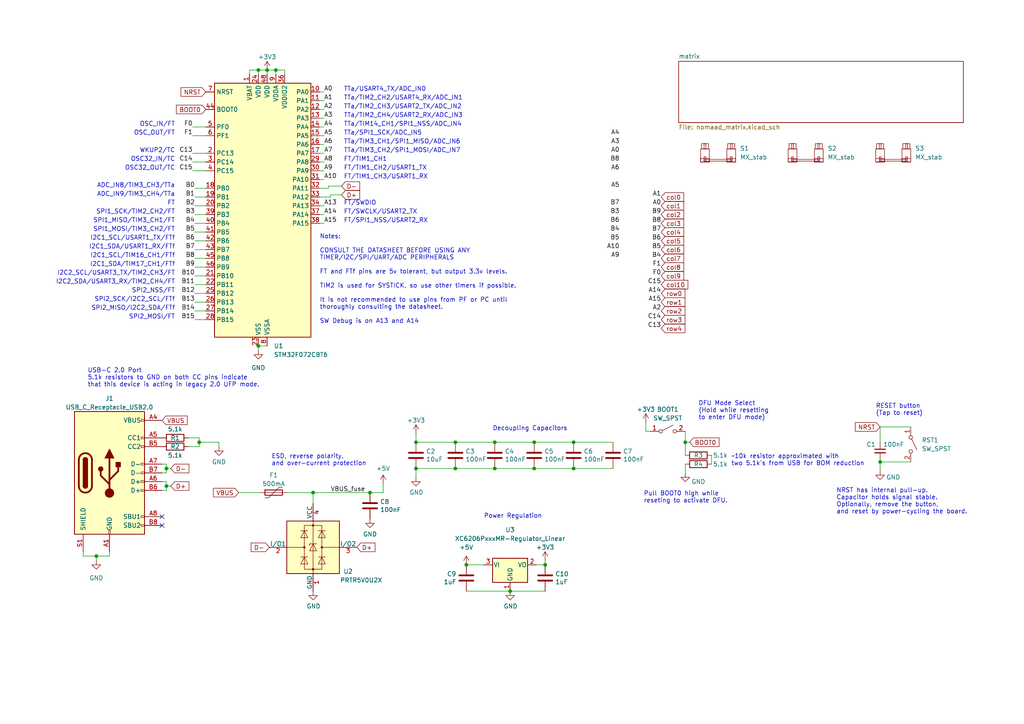
<source format=kicad_sch>
(kicad_sch (version 20231120) (generator "eeschema") (generator_version "8.0")
  (paper "A4")
  (lib_symbols
    (symbol "+5V_1" (power) (pin_names (offset 0))
      (property "Value" "+5V_1" (at 0 3.556 0))
      (symbol "+5V_1_0_1"
        (polyline (pts (xy -0.762 1.27) (xy 0 2.54)))
        (polyline (pts (xy 0 0) (xy 0 2.54)))
        (polyline (pts (xy 0 2.54) (xy 0.762 1.27)))
      )
      (symbol "+5V_1_1_1"
        (pin power_in line (at 0 0 90) (length 0) hide (name "+5V") (number "1"))
      )
    )
    (symbol "Connector:USB_C_Receptacle_USB2.0" (pin_names (offset 1.016))
      (property "Reference" "J" (at -10.16 19.05 0))
      (property "Value" "USB_C_Receptacle_USB2.0" (at 19.05 19.05 0))
      (symbol "USB_C_Receptacle_USB2.0_0_0"
        (rectangle (start -0.254 -17.78) (end 0.254 -16.764))
        (rectangle (start 10.16 -14.986) (end 9.144 -15.494))
        (rectangle (start 10.16 -12.446) (end 9.144 -12.954))
        (rectangle (start 10.16 -4.826) (end 9.144 -5.334))
        (rectangle (start 10.16 -2.286) (end 9.144 -2.794))
        (rectangle (start 10.16 0.254) (end 9.144 -0.254))
        (rectangle (start 10.16 2.794) (end 9.144 2.286))
        (rectangle (start 10.16 7.874) (end 9.144 7.366))
        (rectangle (start 10.16 10.414) (end 9.144 9.906))
        (rectangle (start 10.16 15.494) (end 9.144 14.986))
      )
      (symbol "USB_C_Receptacle_USB2.0_0_1"
        (rectangle (start -10.16 17.78) (end 10.16 -17.78) (stroke (width 0.254)) (fill (type background)))
        (arc (start -8.89 -3.81) (mid -6.985 -5.7067) (end -5.08 -3.81) (stroke (width 0.508)))
        (arc (start -7.62 -3.81) (mid -6.985 -4.4423) (end -6.35 -3.81) (stroke (width 0.254)))
        (arc (start -7.62 -3.81) (mid -6.985 -4.4423) (end -6.35 -3.81) (stroke (width 0.254)) (fill (type outline)))
        (rectangle (start -7.62 -3.81) (end -6.35 3.81) (stroke (width 0.254)) (fill (type outline)))
        (arc (start -6.35 3.81) (mid -6.985 4.4423) (end -7.62 3.81) (stroke (width 0.254)))
        (arc (start -6.35 3.81) (mid -6.985 4.4423) (end -7.62 3.81) (stroke (width 0.254)) (fill (type outline)))
        (arc (start -5.08 3.81) (mid -6.985 5.7067) (end -8.89 3.81) (stroke (width 0.508)))
        (circle (center -2.54 1.143) (radius 0.635) (stroke (width 0.254)) (fill (type outline)))
        (circle (center 0 -5.842) (radius 1.27) (fill (type outline)))
        (polyline (pts (xy -8.89 -3.81) (xy -8.89 3.81)) (stroke (width 0.508)))
        (polyline (pts (xy -5.08 3.81) (xy -5.08 -3.81)) (stroke (width 0.508)))
        (polyline (pts (xy 0 -5.842) (xy 0 4.318)) (stroke (width 0.508)))
        (polyline (pts (xy 0 -3.302) (xy -2.54 -0.762) (xy -2.54 0.508)) (stroke (width 0.508)))
        (polyline (pts (xy 0 -2.032) (xy 2.54 0.508) (xy 2.54 1.778)) (stroke (width 0.508)))
        (polyline (pts (xy -1.27 4.318) (xy 0 6.858) (xy 1.27 4.318) (xy -1.27 4.318)) (stroke (width 0.254)) (fill (type outline)))
        (rectangle (start 1.905 1.778) (end 3.175 3.048) (stroke (width 0.254)) (fill (type outline)))
      )
      (symbol "USB_C_Receptacle_USB2.0_1_1"
        (pin passive line (at 0 -22.86 90) (length 5.08) (name "GND") (number "A1"))
        (pin passive line (at 0 -22.86 90) (length 5.08) hide (name "GND") (number "A12"))
        (pin passive line (at 15.24 15.24 180) (length 5.08) (name "VBUS") (number "A4"))
        (pin bidirectional line (at 15.24 10.16 180) (length 5.08) (name "CC1") (number "A5"))
        (pin bidirectional line (at 15.24 -2.54 180) (length 5.08) (name "D+") (number "A6"))
        (pin bidirectional line (at 15.24 2.54 180) (length 5.08) (name "D-") (number "A7"))
        (pin bidirectional line (at 15.24 -12.7 180) (length 5.08) (name "SBU1") (number "A8"))
        (pin passive line (at 15.24 15.24 180) (length 5.08) hide (name "VBUS") (number "A9"))
        (pin passive line (at 0 -22.86 90) (length 5.08) hide (name "GND") (number "B1"))
        (pin passive line (at 0 -22.86 90) (length 5.08) hide (name "GND") (number "B12"))
        (pin passive line (at 15.24 15.24 180) (length 5.08) hide (name "VBUS") (number "B4"))
        (pin bidirectional line (at 15.24 7.62 180) (length 5.08) (name "CC2") (number "B5"))
        (pin bidirectional line (at 15.24 -5.08 180) (length 5.08) (name "D+") (number "B6"))
        (pin bidirectional line (at 15.24 0 180) (length 5.08) (name "D-") (number "B7"))
        (pin bidirectional line (at 15.24 -15.24 180) (length 5.08) (name "SBU2") (number "B8"))
        (pin passive line (at 15.24 15.24 180) (length 5.08) hide (name "VBUS") (number "B9"))
        (pin passive line (at -7.62 -22.86 90) (length 5.08) (name "SHIELD") (number "S1"))
      )
    )
    (symbol "Device:C" (pin_numbers hide) (pin_names (offset 0.254))
      (property "Reference" "C" (at 0.635 2.54 0))
      (property "Value" "C" (at 0.635 -2.54 0))
      (symbol "C_0_1"
        (polyline (pts (xy -2.032 -0.762) (xy 2.032 -0.762)) (stroke (width 0.508)))
        (polyline (pts (xy -2.032 0.762) (xy 2.032 0.762)) (stroke (width 0.508)))
      )
      (symbol "C_1_1"
        (pin passive line (at 0 3.81 270) (length 2.794) (name "~") (number "1"))
        (pin passive line (at 0 -3.81 90) (length 2.794) (name "~") (number "2"))
      )
    )
    (symbol "Device:C_Small" (pin_numbers hide) (pin_names (offset 0.254) hide)
      (property "Reference" "C" (at 0.254 1.778 0))
      (property "Value" "C_Small" (at 0.254 -2.032 0))
      (symbol "C_Small_0_1"
        (polyline (pts (xy -1.524 -0.508) (xy 1.524 -0.508)) (stroke (width 0.3302)))
        (polyline (pts (xy -1.524 0.508) (xy 1.524 0.508)) (stroke (width 0.3048)))
      )
      (symbol "C_Small_1_1"
        (pin passive line (at 0 2.54 270) (length 2.032) (name "~") (number "1"))
        (pin passive line (at 0 -2.54 90) (length 2.032) (name "~") (number "2"))
      )
    )
    (symbol "Device:Polyfuse" (pin_numbers hide) (pin_names (offset 0))
      (property "Reference" "F" (at -2.54 0 90))
      (property "Value" "Polyfuse" (at 2.54 0 90))
      (symbol "Polyfuse_0_1"
        (rectangle (start -0.762 2.54) (end 0.762 -2.54) (stroke (width 0.254)))
        (polyline (pts (xy 0 2.54) (xy 0 -2.54)))
        (polyline (pts (xy -1.524 2.54) (xy -1.524 1.524) (xy 1.524 -1.524) (xy 1.524 -2.54)))
      )
      (symbol "Polyfuse_1_1"
        (pin passive line (at 0 3.81 270) (length 1.27) (name "~") (number "1"))
        (pin passive line (at 0 -3.81 90) (length 1.27) (name "~") (number "2"))
      )
    )
    (symbol "Device:R" (pin_numbers hide) (pin_names (offset 0))
      (property "Reference" "R" (at 2.032 0 90))
      (property "Value" "R" (at 0 0 90))
      (symbol "R_0_1"
        (rectangle (start -1.016 -2.54) (end 1.016 2.54) (stroke (width 0.254)))
      )
      (symbol "R_1_1"
        (pin passive line (at 0 3.81 270) (length 1.27) (name "~") (number "1"))
        (pin passive line (at 0 -3.81 90) (length 1.27) (name "~") (number "2"))
      )
    )
    (symbol "MCU_ST_STM32F0:STM32F072CBTx"
      (property "Reference" "U" (at -12.7 39.37 0))
      (property "Value" "STM32F072CBTx" (at 10.16 39.37 0))
      (symbol "STM32F072CBTx_0_1"
        (rectangle (start -12.7 -35.56) (end 15.24 38.1) (stroke (width 0.254)) (fill (type background)))
      )
      (symbol "STM32F072CBTx_1_1"
        (pin power_in line (at -2.54 40.64 270) (length 2.54) (name "VBAT") (number "1"))
        (pin bidirectional line (at 17.78 35.56 180) (length 2.54) (name "PA0") (number "10"))
        (pin bidirectional line (at 17.78 33.02 180) (length 2.54) (name "PA1") (number "11"))
        (pin bidirectional line (at 17.78 30.48 180) (length 2.54) (name "PA2") (number "12"))
        (pin bidirectional line (at 17.78 27.94 180) (length 2.54) (name "PA3") (number "13"))
        (pin bidirectional line (at 17.78 25.4 180) (length 2.54) (name "PA4") (number "14"))
        (pin bidirectional line (at 17.78 22.86 180) (length 2.54) (name "PA5") (number "15"))
        (pin bidirectional line (at 17.78 20.32 180) (length 2.54) (name "PA6") (number "16"))
        (pin bidirectional line (at 17.78 17.78 180) (length 2.54) (name "PA7") (number "17"))
        (pin bidirectional line (at -15.24 7.62 0) (length 2.54) (name "PB0") (number "18"))
        (pin bidirectional line (at -15.24 5.08 0) (length 2.54) (name "PB1") (number "19"))
        (pin bidirectional line (at -15.24 17.78 0) (length 2.54) (name "PC13") (number "2"))
        (pin bidirectional line (at -15.24 2.54 0) (length 2.54) (name "PB2") (number "20"))
        (pin bidirectional line (at -15.24 -17.78 0) (length 2.54) (name "PB10") (number "21"))
        (pin bidirectional line (at -15.24 -20.32 0) (length 2.54) (name "PB11") (number "22"))
        (pin power_in line (at 0 -38.1 90) (length 2.54) (name "VSS") (number "23"))
        (pin power_in line (at 0 40.64 270) (length 2.54) (name "VDD") (number "24"))
        (pin bidirectional line (at -15.24 -22.86 0) (length 2.54) (name "PB12") (number "25"))
        (pin bidirectional line (at -15.24 -25.4 0) (length 2.54) (name "PB13") (number "26"))
        (pin bidirectional line (at -15.24 -27.94 0) (length 2.54) (name "PB14") (number "27"))
        (pin bidirectional line (at -15.24 -30.48 0) (length 2.54) (name "PB15") (number "28"))
        (pin bidirectional line (at 17.78 15.24 180) (length 2.54) (name "PA8") (number "29"))
        (pin bidirectional line (at -15.24 15.24 0) (length 2.54) (name "PC14") (number "3"))
        (pin bidirectional line (at 17.78 12.7 180) (length 2.54) (name "PA9") (number "30"))
        (pin bidirectional line (at 17.78 10.16 180) (length 2.54) (name "PA10") (number "31"))
        (pin bidirectional line (at 17.78 7.62 180) (length 2.54) (name "PA11") (number "32"))
        (pin bidirectional line (at 17.78 5.08 180) (length 2.54) (name "PA12") (number "33"))
        (pin bidirectional line (at 17.78 2.54 180) (length 2.54) (name "PA13") (number "34"))
        (pin passive line (at 0 -38.1 90) (length 2.54) hide (name "VSS") (number "35"))
        (pin power_in line (at 7.62 40.64 270) (length 2.54) (name "VDDIO2") (number "36"))
        (pin bidirectional line (at 17.78 0 180) (length 2.54) (name "PA14") (number "37"))
        (pin bidirectional line (at 17.78 -2.54 180) (length 2.54) (name "PA15") (number "38"))
        (pin bidirectional line (at -15.24 0 0) (length 2.54) (name "PB3") (number "39"))
        (pin bidirectional line (at -15.24 12.7 0) (length 2.54) (name "PC15") (number "4"))
        (pin bidirectional line (at -15.24 -2.54 0) (length 2.54) (name "PB4") (number "40"))
        (pin bidirectional line (at -15.24 -5.08 0) (length 2.54) (name "PB5") (number "41"))
        (pin bidirectional line (at -15.24 -7.62 0) (length 2.54) (name "PB6") (number "42"))
        (pin bidirectional line (at -15.24 -10.16 0) (length 2.54) (name "PB7") (number "43"))
        (pin input line (at -15.24 30.48 0) (length 2.54) (name "BOOT0") (number "44"))
        (pin bidirectional line (at -15.24 -12.7 0) (length 2.54) (name "PB8") (number "45"))
        (pin bidirectional line (at -15.24 -15.24 0) (length 2.54) (name "PB9") (number "46"))
        (pin passive line (at 0 -38.1 90) (length 2.54) hide (name "VSS") (number "47"))
        (pin power_in line (at 2.54 40.64 270) (length 2.54) (name "VDD") (number "48"))
        (pin bidirectional line (at -15.24 25.4 0) (length 2.54) (name "PF0") (number "5"))
        (pin bidirectional line (at -15.24 22.86 0) (length 2.54) (name "PF1") (number "6"))
        (pin input line (at -15.24 35.56 0) (length 2.54) (name "NRST") (number "7"))
        (pin power_in line (at 2.54 -38.1 90) (length 2.54) (name "VSSA") (number "8"))
        (pin power_in line (at 5.08 40.64 270) (length 2.54) (name "VDDA") (number "9"))
      )
    )
    (symbol "PCM_marbastlib-mx:MX_stab" (pin_names (offset 1.016))
      (property "Reference" "S" (at -5.08 6.35 0))
      (property "Value" "MX_stab" (at -5.08 3.81 0))
      (symbol "MX_stab_0_1"
        (rectangle (start -5.08 -1.524) (end -2.54 -2.54))
        (rectangle (start -5.08 1.27) (end -2.54 -2.54))
        (rectangle (start -4.826 2.794) (end -2.794 1.27))
        (rectangle (start -4.064 -2.286) (end -3.556 -1.016))
        (rectangle (start -4.064 -1.778) (end 4.064 -2.286))
        (rectangle (start -4.064 1.27) (end -3.556 2.794))
        (rectangle (start 2.54 -1.524) (end 5.08 -2.54))
        (rectangle (start 2.54 1.27) (end 5.08 -2.54))
        (rectangle (start 2.794 2.794) (end 4.826 1.27))
        (rectangle (start 3.556 1.27) (end 4.064 2.794))
        (rectangle (start 4.064 -2.286) (end 3.556 -1.016))
      )
    )
    (symbol "Power_Protection:PRTR5V0U2X" (pin_names (offset 0))
      (property "Reference" "D" (at 2.794 8.636 0))
      (property "Value" "PRTR5V0U2X" (at 8.128 -9.398 0))
      (symbol "PRTR5V0U2X_0_1"
        (rectangle (start -7.62 -7.62) (end 7.62 7.62) (stroke (width 0.254)) (fill (type background)))
        (circle (center -2.54 0) (radius 0.254) (fill (type outline)))
        (rectangle (start -2.54 6.35) (end 2.54 -6.35))
        (circle (center 0 -6.35) (radius 0.254) (fill (type outline)))
        (polyline (pts (xy -2.54 0) (xy -7.62 0)))
        (polyline (pts (xy -1.524 -2.794) (xy -3.556 -2.794)))
        (polyline (pts (xy -1.524 4.826) (xy -3.556 4.826)))
        (polyline (pts (xy 0 -7.62) (xy 0 7.62)))
        (polyline (pts (xy 1.524 -2.794) (xy 3.556 -2.794)))
        (polyline (pts (xy 1.524 4.826) (xy 3.556 4.826)))
        (polyline (pts (xy 2.54 0) (xy 7.62 0)))
        (polyline (pts (xy 1.016 1.016) (xy -1.016 1.016) (xy -1.016 0.508)))
        (polyline (pts (xy -3.556 -4.826) (xy -1.524 -4.826) (xy -2.54 -2.794) (xy -3.556 -4.826)))
        (polyline (pts (xy -3.556 2.794) (xy -1.524 2.794) (xy -2.54 4.826) (xy -3.556 2.794)))
        (polyline (pts (xy -1.016 -1.016) (xy 1.016 -1.016) (xy 0 1.016) (xy -1.016 -1.016)))
        (polyline (pts (xy 3.556 -4.826) (xy 1.524 -4.826) (xy 2.54 -2.794) (xy 3.556 -4.826)))
        (polyline (pts (xy 3.556 2.794) (xy 1.524 2.794) (xy 2.54 4.826) (xy 3.556 2.794)))
        (circle (center 0 6.35) (radius 0.254) (fill (type outline)))
        (circle (center 2.54 0) (radius 0.254) (fill (type outline)))
      )
      (symbol "PRTR5V0U2X_1_1"
        (pin passive line (at 0 -12.7 90) (length 5.08) (name "GND") (number "1"))
        (pin passive line (at -12.7 0 0) (length 5.08) (name "I/O1") (number "2"))
        (pin passive line (at 12.7 0 180) (length 5.08) (name "I/O2") (number "3"))
        (pin passive line (at 0 12.7 270) (length 5.08) (name "VCC") (number "4"))
      )
    )
    (symbol "Switch:SW_SPST" (pin_names (offset 0) hide)
      (property "Reference" "SW" (at 0 3.175 0))
      (property "Value" "SW_SPST" (at 0 -2.54 0))
      (symbol "SW_SPST_0_0"
        (circle (center -2.032 0) (radius 0.508))
        (polyline (pts (xy -1.524 0.254) (xy 1.524 1.778)))
        (circle (center 2.032 0) (radius 0.508))
      )
      (symbol "SW_SPST_1_1"
        (pin passive line (at -5.08 0 0) (length 2.54) (name "A") (number "1"))
        (pin passive line (at 5.08 0 180) (length 2.54) (name "B") (number "2"))
      )
    )
    (symbol "kicad-keyboard-parts:XC6206PxxxMR-Regulator_Linear" (pin_names (offset 0.254))
      (property "Reference" "U" (at -3.81 3.175 0))
      (property "Value" "XC6206PxxxMR-Regulator_Linear" (at 0 3.175 0))
      (property "LCSC" "C5446" (at 0 0 0))
      (symbol "XC6206PxxxMR-Regulator_Linear_0_1"
        (rectangle (start -5.08 1.905) (end 5.08 -5.08) (stroke (width 0.254)) (fill (type background)))
      )
      (symbol "XC6206PxxxMR-Regulator_Linear_1_1"
        (pin power_in line (at 0 -7.62 90) (length 2.54) (name "GND") (number "1"))
        (pin power_out line (at 7.62 0 180) (length 2.54) (name "VO") (number "2"))
        (pin power_in line (at -7.62 0 0) (length 2.54) (name "VI") (number "3"))
      )
    )
    (symbol "power:+3V3" (power) (pin_names (offset 0))
      (property "Value" "+3V3" (at 0 3.556 0))
      (symbol "+3V3_0_1"
        (polyline (pts (xy -0.762 1.27) (xy 0 2.54)))
        (polyline (pts (xy 0 0) (xy 0 2.54)))
        (polyline (pts (xy 0 2.54) (xy 0.762 1.27)))
      )
      (symbol "+3V3_1_1"
        (pin power_in line (at 0 0 90) (length 0) hide (name "+3V3") (number "1"))
      )
    )
    (symbol "power:+5V" (power) (pin_names (offset 0))
      (property "Value" "+5V" (at 0 3.556 0))
      (symbol "+5V_0_1"
        (polyline (pts (xy -0.762 1.27) (xy 0 2.54)))
        (polyline (pts (xy 0 0) (xy 0 2.54)))
        (polyline (pts (xy 0 2.54) (xy 0.762 1.27)))
      )
      (symbol "+5V_1_1"
        (pin power_in line (at 0 0 90) (length 0) hide (name "+5V") (number "1"))
      )
    )
    (symbol "power:GND" (power) (pin_names (offset 0))
      (property "Value" "GND" (at 0 -3.81 0))
      (symbol "GND_0_1"
        (polyline (pts (xy 0 0) (xy 0 -1.27) (xy 1.27 -1.27) (xy 0 -2.54) (xy -1.27 -1.27) (xy 0 -1.27)))
      )
      (symbol "GND_1_1"
        (pin power_in line (at 0 0 270) (length 0) hide (name "GND") (number "1"))
      )
    )
  )
  (junction (at 154.94 128.27))
  (junction (at 166.37 128.27))
  (junction (at 147.955 171.45) (diameter 0.9144))
  (junction (at 166.37 135.89))
  (junction (at 158.115 163.83))
  (junction (at 74.93 100.33))
  (junction (at 143.51 135.89))
  (junction (at 120.65 135.89))
  (junction (at 80.01 20.32))
  (junction (at 57.785 128.27))
  (junction (at 74.93 20.32))
  (junction (at 107.315 142.875))
  (junction (at 48.26 140.97))
  (junction (at 154.94 135.89))
  (junction (at 135.255 163.83))
  (junction (at 90.805 142.875))
  (junction (at 132.08 128.27))
  (junction (at 143.51 128.27))
  (junction (at 120.65 128.27))
  (junction (at 77.47 20.32))
  (junction (at 255.27 133.985))
  (junction (at 132.08 135.89))
  (junction (at 198.755 128.27))
  (junction (at 48.26 135.89))
  (junction (at 27.94 161.29))
  (no_connect (at 46.99 152.4))
  (no_connect (at 46.99 149.86))
  (wire (pts (xy 56.515 59.69) (xy 59.69 59.69)))
  (wire (pts (xy 154.94 135.89) (xy 166.37 135.89)))
  (wire (pts (xy 55.88 46.99) (xy 59.69 46.99)))
  (wire (pts (xy 82.55 20.32) (xy 82.55 21.59)))
  (wire (pts (xy 99.06 53.975) (xy 95.25 53.975)))
  (wire (pts (xy 198.755 128.27) (xy 200.025 128.27)))
  (wire (pts (xy 63.5 128.27) (xy 63.5 129.54)))
  (wire (pts (xy 135.255 163.83) (xy 140.335 163.83)))
  (wire (pts (xy 132.08 135.89) (xy 120.65 135.89)))
  (wire (pts (xy 93.98 29.21) (xy 92.71 29.21)))
  (wire (pts (xy 95.25 54.61) (xy 92.71 54.61)))
  (wire (pts (xy 83.185 142.875) (xy 90.805 142.875)))
  (wire (pts (xy 93.98 26.67) (xy 92.71 26.67)))
  (wire (pts (xy 74.93 20.32) (xy 74.93 21.59)))
  (wire (pts (xy 56.515 87.63) (xy 59.69 87.63)))
  (wire (pts (xy 55.88 49.53) (xy 59.69 49.53)))
  (wire (pts (xy 93.98 52.07) (xy 92.71 52.07)))
  (wire (pts (xy 56.515 64.77) (xy 59.69 64.77)))
  (wire (pts (xy 120.65 138.43) (xy 120.65 135.89)))
  (wire (pts (xy 56.515 72.39) (xy 59.69 72.39)))
  (wire (pts (xy 111.125 140.335) (xy 111.125 142.875)))
  (wire (pts (xy 46.99 142.24) (xy 48.26 142.24)))
  (wire (pts (xy 93.98 41.91) (xy 92.71 41.91)))
  (wire (pts (xy 198.755 134.62) (xy 198.755 137.16)))
  (wire (pts (xy 48.26 142.24) (xy 48.26 140.97)))
  (wire (pts (xy 54.61 129.54) (xy 57.785 129.54)))
  (wire (pts (xy 143.51 128.27) (xy 132.08 128.27)))
  (wire (pts (xy 99.06 56.515) (xy 95.885 56.515)))
  (wire (pts (xy 93.98 36.83) (xy 92.71 36.83)))
  (wire (pts (xy 48.26 140.97) (xy 49.53 140.97)))
  (wire (pts (xy 74.93 100.33) (xy 77.47 100.33)))
  (wire (pts (xy 93.98 31.75) (xy 92.71 31.75)))
  (wire (pts (xy 46.99 139.7) (xy 48.26 139.7)))
  (wire (pts (xy 143.51 128.27) (xy 154.94 128.27)))
  (wire (pts (xy 77.47 20.32) (xy 77.47 21.59)))
  (wire (pts (xy 147.955 171.45) (xy 135.255 171.45)))
  (wire (pts (xy 48.26 134.62) (xy 48.26 135.89)))
  (wire (pts (xy 80.01 20.32) (xy 77.47 20.32)))
  (wire (pts (xy 155.575 163.83) (xy 158.115 163.83)))
  (wire (pts (xy 143.51 135.89) (xy 132.08 135.89)))
  (wire (pts (xy 158.115 162.56) (xy 158.115 163.83)))
  (wire (pts (xy 166.37 128.27) (xy 177.8 128.27)))
  (wire (pts (xy 120.65 125.73) (xy 120.65 128.27)))
  (wire (pts (xy 74.93 20.32) (xy 77.47 20.32)))
  (wire (pts (xy 56.515 92.71) (xy 59.69 92.71)))
  (wire (pts (xy 69.215 142.875) (xy 75.565 142.875)))
  (wire (pts (xy 95.25 53.975) (xy 95.25 54.61)))
  (wire (pts (xy 72.39 20.32) (xy 74.93 20.32)))
  (wire (pts (xy 56.515 57.15) (xy 59.69 57.15)))
  (wire (pts (xy 147.955 171.45) (xy 158.115 171.45)))
  (wire (pts (xy 93.98 39.37) (xy 92.71 39.37)))
  (wire (pts (xy 93.98 59.69) (xy 92.71 59.69)))
  (wire (pts (xy 187.325 125.095) (xy 187.325 122.555)))
  (wire (pts (xy 27.94 162.56) (xy 27.94 161.29)))
  (wire (pts (xy 56.515 85.09) (xy 59.69 85.09)))
  (wire (pts (xy 56.515 80.01) (xy 59.69 80.01)))
  (wire (pts (xy 31.75 161.29) (xy 31.75 160.02)))
  (wire (pts (xy 57.785 128.27) (xy 63.5 128.27)))
  (wire (pts (xy 46.99 137.16) (xy 48.26 137.16)))
  (wire (pts (xy 55.88 39.37) (xy 59.69 39.37)))
  (wire (pts (xy 166.37 135.89) (xy 177.8 135.89)))
  (wire (pts (xy 56.515 74.93) (xy 59.69 74.93)))
  (wire (pts (xy 46.99 134.62) (xy 48.26 134.62)))
  (wire (pts (xy 206.375 132.08) (xy 206.375 134.62)))
  (wire (pts (xy 198.755 125.095) (xy 198.755 128.27)))
  (wire (pts (xy 143.51 135.89) (xy 154.94 135.89)))
  (wire (pts (xy 93.98 62.23) (xy 92.71 62.23)))
  (wire (pts (xy 95.885 57.15) (xy 92.71 57.15)))
  (wire (pts (xy 93.98 49.53) (xy 92.71 49.53)))
  (wire (pts (xy 132.08 128.27) (xy 120.65 128.27)))
  (wire (pts (xy 57.785 128.27) (xy 57.785 127)))
  (wire (pts (xy 55.88 44.45) (xy 59.69 44.45)))
  (wire (pts (xy 56.515 77.47) (xy 59.69 77.47)))
  (wire (pts (xy 56.515 62.23) (xy 59.69 62.23)))
  (wire (pts (xy 27.94 161.29) (xy 31.75 161.29)))
  (wire (pts (xy 80.01 20.32) (xy 80.01 21.59)))
  (wire (pts (xy 56.515 90.17) (xy 59.69 90.17)))
  (wire (pts (xy 93.98 34.29) (xy 92.71 34.29)))
  (wire (pts (xy 56.515 67.31) (xy 59.69 67.31)))
  (wire (pts (xy 93.98 46.99) (xy 92.71 46.99)))
  (wire (pts (xy 74.93 101.6) (xy 74.93 100.33)))
  (wire (pts (xy 255.27 133.985) (xy 255.27 133.35)))
  (wire (pts (xy 90.805 142.875) (xy 90.805 146.05)))
  (wire (pts (xy 93.98 44.45) (xy 92.71 44.45)))
  (wire (pts (xy 57.785 129.54) (xy 57.785 128.27)))
  (wire (pts (xy 188.595 125.095) (xy 187.325 125.095)))
  (wire (pts (xy 255.27 136.525) (xy 255.27 133.985)))
  (wire (pts (xy 56.515 69.85) (xy 59.69 69.85)))
  (wire (pts (xy 56.515 82.55) (xy 59.69 82.55)))
  (wire (pts (xy 255.27 123.825) (xy 255.27 128.27)))
  (wire (pts (xy 154.94 128.27) (xy 166.37 128.27)))
  (wire (pts (xy 198.755 128.27) (xy 198.755 132.08)))
  (wire (pts (xy 24.13 161.29) (xy 27.94 161.29)))
  (wire (pts (xy 255.27 133.985) (xy 264.16 133.985)))
  (wire (pts (xy 48.26 139.7) (xy 48.26 140.97)))
  (wire (pts (xy 56.515 54.61) (xy 59.69 54.61)))
  (wire (pts (xy 24.13 160.02) (xy 24.13 161.29)))
  (wire (pts (xy 54.61 127) (xy 57.785 127)))
  (wire (pts (xy 48.26 135.89) (xy 48.26 137.16)))
  (wire (pts (xy 55.88 36.83) (xy 59.69 36.83)))
  (wire (pts (xy 90.805 142.875) (xy 107.315 142.875)))
  (wire (pts (xy 95.885 56.515) (xy 95.885 57.15)))
  (wire (pts (xy 80.01 20.32) (xy 82.55 20.32)))
  (wire (pts (xy 72.39 20.32) (xy 72.39 21.59)))
  (wire (pts (xy 93.98 64.77) (xy 92.71 64.77)))
  (wire (pts (xy 48.26 135.89) (xy 49.53 135.89)))
  (wire (pts (xy 255.27 123.825) (xy 264.16 123.825)))
  (wire (pts (xy 107.315 142.875) (xy 111.125 142.875)))
  (text "I2C2_SCL/USART3_TX/TIM2_CH3/FT" (at 50.8 80.01 0) (effects (font (size 1.27 1.27)) (justify right bottom)))
  (text "TTa/TIM2_CH2/USART4_RX/ADC_IN1" (at 99.695 29.21 0) (effects (font (size 1.27 1.27)) (justify left bottom)))
  (text "OSC_IN/FT" (at 50.8 36.83 0) (effects (font (size 1.27 1.27)) (justify right bottom)))
  (text "Decoupling Capacitors" (at 142.875 125.095 0) (effects (font (size 1.27 1.27)) (justify left bottom)))
  (text "DFU Mode Select\n(Hold while resetting\nto enter DFU mode)" (at 202.565 121.92 0) (effects (font (size 1.27 1.27)) (justify left bottom)))
  (text "OSC32_IN/TC" (at 50.8 46.99 0) (effects (font (size 1.27 1.27)) (justify right bottom)))
  (text "FT" (at 50.8 59.69 0) (effects (font (size 1.27 1.27)) (justify right bottom)))
  (text "SPI2_MISO/I2C2_SDA/FTf" (at 50.8 90.17 0) (effects (font (size 1.27 1.27)) (justify right bottom)))
  (text "SPI2_MOSI/FT" (at 50.8 92.71 0) (effects (font (size 1.27 1.27)) (justify right bottom)))
  (text "SPI1_SCK/TIM2_CH2/FT" (at 50.8 62.23 0) (effects (font (size 1.27 1.27)) (justify right bottom)))
  (text "I2C2_SDA/USART3_RX/TIM2_CH4/FT" (at 50.8 82.55 0) (effects (font (size 1.27 1.27)) (justify right bottom)))
  (text "OSC_OUT/FT" (at 50.8 39.37 0) (effects (font (size 1.27 1.27)) (justify right bottom)))
  (text "Power Regulation" (at 140.335 150.495 0) (effects (font (size 1.27 1.27)) (justify left bottom)))
  (text "TTa/TIM14_CH1/SPI1_NSS/ADC_IN4" (at 99.695 36.83 0) (effects (font (size 1.27 1.27)) (justify left bottom)))
  (text "Pull BOOT0 high while \nreseting to activate DFU." (at 186.69 146.05 0) (effects (font (size 1.27 1.27)) (justify left bottom)))
  (text "FT/TIM1_CH2/USART1_TX" (at 99.695 49.53 0) (effects (font (size 1.27 1.27)) (justify left bottom)))
  (text "SPI2_SCK/I2C2_SCL/FTf" (at 50.8 87.63 0) (effects (font (size 1.27 1.27)) (justify right bottom)))
  (text "ADC_IN8/TIM3_CH3/TTa" (at 50.8 54.61 0) (effects (font (size 1.27 1.27)) (justify right bottom)))
  (text "TTa/SPI1_SCK/ADC_IN5" (at 99.695 39.37 0) (effects (font (size 1.27 1.27)) (justify left bottom)))
  (text "I2C1_SDA/TIM17_CH1/FTf" (at 50.8 77.47 0) (effects (font (size 1.27 1.27)) (justify right bottom)))
  (text "I2C1_SCL/USART1_TX/FTf" (at 50.8 69.85 0) (effects (font (size 1.27 1.27)) (justify right bottom)))
  (text "WKUP2/TC" (at 50.8 44.45 0) (effects (font (size 1.27 1.27)) (justify right bottom)))
  (text "FT/TIM1_CH1" (at 99.695 46.99 0) (effects (font (size 1.27 1.27)) (justify left bottom)))
  (text "TTa/USART4_TX/ADC_IN0" (at 99.695 26.67 0) (effects (font (size 1.27 1.27)) (justify left bottom)))
  (text "USB-C 2.0 Port\n5.1k resistors to GND on both CC pins indicate\nthat this device is acting in legacy 2.0 UFP mode." (at 25.4 112.395 0) (effects (font (size 1.27 1.27)) (justify left bottom)))
  (text "ESD, reverse polarity,\nand over-current protection" (at 78.74 135.255 0) (effects (font (size 1.27 1.27)) (justify left bottom)))
  (text "NRST has internal pull-up.\nCapacitor holds signal stable.\nOptionally, remove the button,\nand reset by power-cycling the board." (at 242.57 149.225 0) (effects (font (size 1.27 1.27)) (justify left bottom)))
  (text "OSC32_OUT/TC" (at 50.8 49.53 0) (effects (font (size 1.27 1.27)) (justify right bottom)))
  (text "~10k resistor approximated with\ntwo 5.1k's from USB for BOM reduction" (at 212.09 135.255 0) (effects (font (size 1.27 1.27)) (justify left bottom)))
  (text "I2C1_SDA/USART1_RX/FTf" (at 50.8 72.39 0) (effects (font (size 1.27 1.27)) (justify right bottom)))
  (text "TTa/TIM3_CH2/SPI1_MOSI/ADC_IN7" (at 99.695 44.45 0) (effects (font (size 1.27 1.27)) (justify left bottom)))
  (text "TTa/TIM2_CH4/USART2_RX/ADC_IN3" (at 99.695 34.29 0) (effects (font (size 1.27 1.27)) (justify left bottom)))
  (text "ADC_IN9/TIM3_CH4/TTa" (at 50.8 57.15 0) (effects (font (size 1.27 1.27)) (justify right bottom)))
  (text "SPI1_MOSI/TIM3_CH2/FT" (at 50.8 67.31 0) (effects (font (size 1.27 1.27)) (justify right bottom)))
  (text "FT/SPI1_NSS/USART2_RX" (at 99.695 64.77 0) (effects (font (size 1.27 1.27)) (justify left bottom)))
  (text "FT/SWCLK/USART2_TX" (at 99.695 62.23 0) (effects (font (size 1.27 1.27)) (justify left bottom)))
  (text "SPI2_NSS/FT" (at 50.8 85.09 0) (effects (font (size 1.27 1.27)) (justify right bottom)))
  (text "FT/SWDIO" (at 99.695 59.69 0) (effects (font (size 1.27 1.27)) (justify left bottom)))
  (text "I2C1_SCL/TIM16_CH1/FTf" (at 50.8 74.93 0) (effects (font (size 1.27 1.27)) (justify right bottom)))
  (text "FT/TIM1_CH3/USART1_RX" (at 99.695 52.07 0) (effects (font (size 1.27 1.27)) (justify left bottom)))
  (text "TTa/TIM3_CH1/SPI1_MISO/ADC_IN6" (at 99.695 41.91 0) (effects (font (size 1.27 1.27)) (justify left bottom)))
  (text "Notes:\n\nCONSULT THE DATASHEET BEFORE USING ANY \nTIMER/I2C/SPI/UART/ADC PERIPHERALS\n\nFT and FTf pins are 5v tolerant, but output 3.3v levels.\n\nTIM2 is used for SYSTICK, so use other timers if possible.\n\nIt is not recommended to use pins from PF or PC until\nthoroughly consulting the datasheet.\n\nSW Debug is on A13 and A14" (at 92.71 93.98 0) (effects (font (size 1.27 1.27)) (justify left bottom)))
  (text "TTa/TIM2_CH3/USART2_TX/ADC_IN2" (at 99.695 31.75 0) (effects (font (size 1.27 1.27)) (justify left bottom)))
  (text "RESET button\n(Tap to reset)" (at 254 120.65 0) (effects (font (size 1.27 1.27)) (justify left bottom)))
  (text "SPI1_MISO/TIM3_CH1/FT" (at 50.8 64.77 0) (effects (font (size 1.27 1.27)) (justify right bottom)))
  (label "A0" (at 179.705 44.45 180))
  (label "VBUS_fuse" (at 95.885 142.875 0))
  (label "B6" (at 191.77 69.85 180))
  (label "A10" (at 93.98 52.07 0))
  (label "F1" (at 55.88 39.37 180))
  (label "B15" (at 56.515 92.71 180))
  (label "A7" (at 93.98 44.45 0))
  (label "B3" (at 56.515 62.23 180))
  (label "B6" (at 56.515 69.85 180))
  (label "A3" (at 179.705 41.91 180))
  (label "B6" (at 179.705 64.77 180))
  (label "B13" (at 56.515 87.63 180))
  (label "A5" (at 179.705 54.61 180))
  (label "F0" (at 55.88 36.83 180))
  (label "A6" (at 179.705 49.53 180))
  (label "A0" (at 191.77 59.69 180))
  (label "A15" (at 191.77 87.63 180))
  (label "C14" (at 191.77 92.71 180))
  (label "A1" (at 93.98 29.21 0))
  (label "B8" (at 191.77 64.77 180))
  (label "A10" (at 179.705 72.39 180))
  (label "B9" (at 56.515 77.47 180))
  (label "B7" (at 179.705 59.69 180))
  (label "C14" (at 55.88 46.99 180))
  (label "A4" (at 93.98 36.83 0))
  (label "A4" (at 179.705 39.37 180))
  (label "A3" (at 93.98 34.29 0))
  (label "B5" (at 191.77 72.39 180))
  (label "A8" (at 93.98 46.99 0))
  (label "A9" (at 179.705 74.93 180))
  (label "C13" (at 55.88 44.45 180))
  (label "A0" (at 93.98 26.67 0))
  (label "B14" (at 56.515 90.17 180))
  (label "B12" (at 56.515 85.09 180))
  (label "A14" (at 93.98 62.23 0))
  (label "B7" (at 56.515 72.39 180))
  (label "B2" (at 56.515 59.69 180))
  (label "C15" (at 55.88 49.53 180))
  (label "C13" (at 191.77 95.25 180))
  (label "B4" (at 56.515 64.77 180))
  (label "A15" (at 93.98 64.77 0))
  (label "B8" (at 56.515 74.93 180))
  (label "B5" (at 179.705 69.85 180))
  (label "B10" (at 56.515 80.01 180))
  (label "B8" (at 179.705 46.99 180))
  (label "B0" (at 56.515 54.61 180))
  (label "B4" (at 179.705 67.31 180))
  (label "A9" (at 93.98 49.53 0))
  (label "B11" (at 56.515 82.55 180))
  (label "B5" (at 56.515 67.31 180))
  (label "A5" (at 93.98 39.37 0))
  (label "B9" (at 191.77 62.23 180))
  (label "B1" (at 56.515 57.15 180))
  (label "B4" (at 191.77 74.93 180))
  (label "A2" (at 191.77 90.17 180))
  (label "F1" (at 191.77 77.47 180))
  (label "A1" (at 191.77 57.15 180))
  (label "B7" (at 191.77 67.31 180))
  (label "A6" (at 93.98 41.91 0))
  (label "A2" (at 93.98 31.75 0))
  (label "F0" (at 191.77 80.01 180))
  (label "B3" (at 179.705 62.23 180))
  (label "C15" (at 191.77 82.55 180))
  (label "A14" (at 191.77 85.09 180))
  (label "A13" (at 93.98 59.69 0))
  (global_label "D-" (shape input) (at 78.105 158.75 180) (property "Intersheetrefs" "${INTERSHEET_REFS}" (effects (hide yes))))
  (global_label "VBUS" (shape input) (at 46.99 121.92 0) (property "Intersheetrefs" "${INTERSHEET_REFS}" (effects (hide yes))))
  (global_label "BOOT0" (shape input) (at 200.025 128.27 0) (property "Intersheetrefs" "${INTERSHEET_REFS}" (effects (hide yes))))
  (global_label "row1" (shape input) (at 191.77 87.63 0) (property "Intersheetrefs" "${INTERSHEET_REFS}" (effects (hide yes))))
  (global_label "col9" (shape input) (at 191.77 80.01 0) (property "Intersheetrefs" "${INTERSHEET_REFS}" (effects (hide yes))))
  (global_label "D+" (shape input) (at 49.53 140.97 0) (property "Intersheetrefs" "${INTERSHEET_REFS}" (effects (hide yes))))
  (global_label "D-" (shape input) (at 99.06 53.975 0) (property "Intersheetrefs" "${INTERSHEET_REFS}" (effects (hide yes))))
  (global_label "D+" (shape input) (at 99.06 56.515 0) (property "Intersheetrefs" "${INTERSHEET_REFS}" (effects (hide yes))))
  (global_label "col6" (shape input) (at 191.77 72.39 0) (property "Intersheetrefs" "${INTERSHEET_REFS}" (effects (hide yes))))
  (global_label "col7" (shape input) (at 191.77 74.93 0) (property "Intersheetrefs" "${INTERSHEET_REFS}" (effects (hide yes))))
  (global_label "BOOT0" (shape input) (at 59.69 31.75 180) (property "Intersheetrefs" "${INTERSHEET_REFS}" (effects (hide yes))))
  (global_label "row4" (shape input) (at 191.77 95.25 0) (property "Intersheetrefs" "${INTERSHEET_REFS}" (effects (hide yes))))
  (global_label "col8" (shape input) (at 191.77 77.47 0) (property "Intersheetrefs" "${INTERSHEET_REFS}" (effects (hide yes))))
  (global_label "col0" (shape input) (at 191.77 57.15 0) (property "Intersheetrefs" "${INTERSHEET_REFS}" (effects (hide yes))))
  (global_label "col4" (shape input) (at 191.77 67.31 0) (property "Intersheetrefs" "${INTERSHEET_REFS}" (effects (hide yes))))
  (global_label "col5" (shape input) (at 191.77 69.85 0) (property "Intersheetrefs" "${INTERSHEET_REFS}" (effects (hide yes))))
  (global_label "row2" (shape input) (at 191.77 90.17 0) (property "Intersheetrefs" "${INTERSHEET_REFS}" (effects (hide yes))))
  (global_label "row3" (shape input) (at 191.77 92.71 0) (property "Intersheetrefs" "${INTERSHEET_REFS}" (effects (hide yes))))
  (global_label "row0" (shape input) (at 191.77 85.09 0) (property "Intersheetrefs" "${INTERSHEET_REFS}" (effects (hide yes))))
  (global_label "col1" (shape input) (at 191.77 59.69 0) (property "Intersheetrefs" "${INTERSHEET_REFS}" (effects (hide yes))))
  (global_label "col2" (shape input) (at 191.77 62.23 0) (property "Intersheetrefs" "${INTERSHEET_REFS}" (effects (hide yes))))
  (global_label "D+" (shape input) (at 103.505 158.75 0) (property "Intersheetrefs" "${INTERSHEET_REFS}" (effects (hide yes))))
  (global_label "NRST" (shape input) (at 59.69 26.67 180) (property "Intersheetrefs" "${INTERSHEET_REFS}" (effects (hide yes))))
  (global_label "col3" (shape input) (at 191.77 64.77 0) (property "Intersheetrefs" "${INTERSHEET_REFS}" (effects (hide yes))))
  (global_label "D-" (shape input) (at 49.53 135.89 0) (property "Intersheetrefs" "${INTERSHEET_REFS}" (effects (hide yes))))
  (global_label "col10" (shape input) (at 191.77 82.55 0) (property "Intersheetrefs" "${INTERSHEET_REFS}" (effects (hide yes))))
  (global_label "VBUS" (shape input) (at 69.215 142.875 180) (property "Intersheetrefs" "${INTERSHEET_REFS}" (effects (hide yes))))
  (global_label "NRST" (shape input) (at 255.27 123.825 180) (property "Intersheetrefs" "${INTERSHEET_REFS}" (effects (hide yes))))
  (symbol (lib_id "power:+3V3") (at 158.115 162.56 0) (unit 1)
    (property "Reference" "#PWR012" (effects (hide yes)))
    (property "Value" "+3V3" (at 158.115 158.75 0))
  )
  (symbol (lib_id "power:+3V3") (at 187.325 122.555 0) (mirror y) (unit 1)
    (property "Reference" "#PWR03" (effects (hide yes)))
    (property "Value" "+3V3" (at 187.325 118.745 0))
  )
  (symbol (lib_id "PCM_marbastlib-mx:MX_stab") (at 233.68 44.45 0) (unit 1)
    (property "Reference" "S2" (at 240.03 43.0529 0) (effects (justify left)))
    (property "Value" "MX_stab" (at 240.03 45.5929 0) (effects (justify left)))
    (property "Footprint" "PCM_marbastlib-mx:STAB_MX_2u" (effects (hide yes)))
    (property "Description" "Cherry MX-style stabilizer" (effects (hide yes)))
  )
  (symbol (lib_id "kicad-keyboard-parts:XC6206PxxxMR-Regulator_Linear") (at 147.955 163.83 0) (unit 1)
    (property "Reference" "U3" (at 147.955 153.67 0))
    (property "Value" "XC6206PxxxMR-Regulator_Linear" (at 147.955 156.21 0))
    (property "Footprint" "Package_TO_SOT_SMD:SOT-23" (effects (hide yes)))
    (property "Datasheet" "https://www.torexsemi.com/file/xc6206/XC6206.pdf" (effects (hide yes)))
    (property "LCSC" "C5446" (effects (hide yes)))
  )
  (symbol (lib_id "Device:C") (at 135.255 167.64 0) (mirror y) (unit 1)
    (property "Reference" "C9" (at 132.334 166.4716 0) (effects (justify left)))
    (property "Value" "1uF" (at 132.334 168.783 0) (effects (justify left)))
    (property "Footprint" "Capacitor_SMD:C_0402_1005Metric" (effects (hide yes)))
    (property "LCSC" "C307331" (effects (hide yes)))
  )
  (symbol (lib_id "power:GND") (at 255.27 136.525 0) (mirror y) (unit 1)
    (property "Reference" "#PWR06" (effects (hide yes)))
    (property "Value" "GND" (at 259.08 138.43 0))
  )
  (symbol (lib_id "power:GND") (at 63.5 129.54 0) (unit 1)
    (property "Reference" "#PWR05" (effects (hide yes)))
    (property "Value" "GND" (at 63.5 133.985 0))
  )
  (symbol (lib_id "power:+3V3") (at 77.47 20.32 0) (unit 1)
    (property "Reference" "#PWR01" (effects (hide yes)))
    (property "Value" "+3V3" (at 77.47 16.51 0))
  )
  (symbol (lib_id "Device:C") (at 107.315 146.685 0) (unit 1)
    (property "Reference" "C8" (at 110.236 145.5166 0) (effects (justify left)))
    (property "Value" "100nF" (at 110.236 147.828 0) (effects (justify left)))
    (property "Footprint" "Capacitor_SMD:C_0402_1005Metric" (effects (hide yes)))
    (property "LCSC" "C307331" (effects (hide yes)))
  )
  (symbol (lib_id "MCU_ST_STM32F0:STM32F072CBTx") (at 74.93 62.23 0) (unit 1)
    (property "Reference" "U1" (at 79.4259 100.33 0) (effects (justify left)))
    (property "Value" "STM32F072CBT6" (at 79.4259 102.87 0) (effects (justify left)))
    (property "Footprint" "Package_QFP:LQFP-48_7x7mm_P0.5mm" (effects (hide yes)))
    (property "Datasheet" "https://www.st.com/resource/en/datasheet/stm32f072cb.pdf" (effects (hide yes)))
    (property "JlcRotOffset" "90" (effects (hide yes)))
  )
  (symbol (lib_id "Switch:SW_SPST") (at 193.675 125.095 0) (unit 1)
    (property "Reference" "BOOT1" (at 193.675 118.745 0))
    (property "Value" "SW_SPST" (at 193.675 121.285 0))
    (property "Footprint" "Button_Switch_SMD:SW_SPST_TL3342" (effects (hide yes)))
  )
  (symbol (lib_id "Device:C_Small") (at 255.27 130.81 0) (mirror y) (unit 1)
    (property "Reference" "C1" (at 254 128.905 0) (effects (justify left)))
    (property "Value" "100nF" (at 262.255 128.905 0) (effects (justify left)))
    (property "Footprint" "Capacitor_SMD:C_0402_1005Metric" (effects (hide yes)))
    (property "LCSC" "C307331" (effects (hide yes)))
  )
  (symbol (lib_id "power:+3V3") (at 120.65 125.73 0) (unit 1)
    (property "Reference" "#PWR04" (effects (hide yes)))
    (property "Value" "+3V3" (at 120.65 121.92 0))
  )
  (symbol (lib_name "+5V_1") (lib_id "power:+5V") (at 111.125 140.335 0) (unit 1)
    (property "Reference" "#PWR09" (effects (hide yes)))
    (property "Value" "+5V" (at 111.125 135.89 0))
  )
  (symbol (lib_id "Device:C") (at 154.94 132.08 0) (unit 1)
    (property "Reference" "C5" (at 157.861 130.9116 0) (effects (justify left)))
    (property "Value" "100nF" (at 157.861 133.223 0) (effects (justify left)))
    (property "Footprint" "Capacitor_SMD:C_0402_1005Metric" (effects (hide yes)))
    (property "LCSC" "C307331" (effects (hide yes)))
  )
  (symbol (lib_id "Switch:SW_SPST") (at 264.16 128.905 270) (unit 1)
    (property "Reference" "RST1" (at 267.335 127.635 90) (effects (justify left)))
    (property "Value" "SW_SPST" (at 267.335 130.175 90) (effects (justify left)))
    (property "Footprint" "Button_Switch_SMD:SW_SPST_TL3342" (effects (hide yes)))
  )
  (symbol (lib_id "PCM_marbastlib-mx:MX_stab") (at 259.08 44.45 0) (unit 1)
    (property "Reference" "S3" (at 265.43 43.0529 0) (effects (justify left)))
    (property "Value" "MX_stab" (at 265.43 45.5929 0) (effects (justify left)))
    (property "Footprint" "PCM_marbastlib-mx:STAB_MX_3u" (effects (hide yes)))
    (property "Description" "Cherry MX-style stabilizer" (effects (hide yes)))
  )
  (symbol (lib_id "Connector:USB_C_Receptacle_USB2.0") (at 31.75 137.16 0) (unit 1)
    (property "Reference" "J1" (at 31.75 115.57 0))
    (property "Value" "USB_C_Receptacle_USB2.0" (at 31.75 118.11 0))
    (property "Footprint" "PCM_marbastlib-various:USB_C_Receptacle_HRO_TYPE-C-31-M-12" (effects (hide yes)))
    (property "Datasheet" "https://www.usb.org/sites/default/files/documents/usb_type-c.zip" (effects (hide yes)))
    (property "JlcRotOffset" "180" (effects (hide yes)))
    (property "JlcPosOffset" "0,1.5" (effects (hide yes)))
  )
  (symbol (lib_id "Device:C") (at 120.65 132.08 0) (unit 1)
    (property "Reference" "C2" (at 123.571 130.9116 0) (effects (justify left)))
    (property "Value" "10uF" (at 123.571 133.223 0) (effects (justify left)))
    (property "Footprint" "Capacitor_SMD:C_0603_1608Metric" (effects (hide yes)))
    (property "LCSC" "C307331" (effects (hide yes)))
  )
  (symbol (lib_id "Device:R") (at 202.565 134.62 270) (mirror x) (unit 1)
    (property "Reference" "R4" (at 202.565 134.62 90))
    (property "Value" "5.1k" (at 208.915 134.62 90))
    (property "Footprint" "Resistor_SMD:R_0402_1005Metric" (effects (hide yes)))
  )
  (symbol (lib_id "power:GND") (at 198.755 137.16 0) (unit 1)
    (property "Reference" "#PWR07" (effects (hide yes)))
    (property "Value" "GND" (at 202.565 139.7 0))
  )
  (symbol (lib_id "power:+5V") (at 135.255 163.83 0) (unit 1)
    (property "Reference" "#PWR013" (effects (hide yes)))
    (property "Value" "+5V" (at 135.255 158.75 0))
  )
  (symbol (lib_id "Device:Polyfuse") (at 79.375 142.875 90) (unit 1)
    (property "Reference" "F1" (at 79.375 137.795 90))
    (property "Value" "500mA" (at 79.375 140.335 90))
    (property "Footprint" "Fuse:Fuse_1206_3216Metric" (effects (hide yes)))
    (property "LCSC" "C135341" (effects (hide yes)))
  )
  (symbol (lib_id "power:GND") (at 74.93 101.6 0) (unit 1)
    (property "Reference" "#PWR02" (effects (hide yes)))
    (property "Value" "GND" (at 74.93 106.68 0))
  )
  (symbol (lib_id "Device:C") (at 177.8 132.08 0) (unit 1)
    (property "Reference" "C7" (at 180.721 130.9116 0) (effects (justify left)))
    (property "Value" "100nF" (at 180.721 133.223 0) (effects (justify left)))
    (property "Footprint" "Capacitor_SMD:C_0402_1005Metric" (effects (hide yes)))
    (property "LCSC" "C307331" (effects (hide yes)))
  )
  (symbol (lib_id "power:GND") (at 120.65 138.43 0) (unit 1)
    (property "Reference" "#PWR08" (effects (hide yes)))
    (property "Value" "GND" (at 120.777 142.8242 0))
  )
  (symbol (lib_id "Device:C") (at 166.37 132.08 0) (unit 1)
    (property "Reference" "C6" (at 169.291 130.9116 0) (effects (justify left)))
    (property "Value" "100nF" (at 169.291 133.223 0) (effects (justify left)))
    (property "Footprint" "Capacitor_SMD:C_0402_1005Metric" (effects (hide yes)))
    (property "LCSC" "C307331" (effects (hide yes)))
  )
  (symbol (lib_id "Power_Protection:PRTR5V0U2X") (at 90.805 158.75 0) (unit 1)
    (property "Reference" "U2" (at 100.965 165.735 0))
    (property "Value" "PRTR5V0U2X" (at 104.775 168.275 0))
    (property "Footprint" "Package_TO_SOT_SMD:SOT-143" (effects (hide yes)))
    (property "Datasheet" "https://assets.nexperia.com/documents/data-sheet/PRTR5V0U2X.pdf" (effects (hide yes)))
    (property "LCSC" "C2827688" (effects (hide yes)))
    (property "JlcRotOffset" "90" (effects (hide yes)))
  )
  (symbol (lib_id "Device:R") (at 202.565 132.08 90) (unit 1)
    (property "Reference" "R3" (at 202.565 132.08 90))
    (property "Value" "5.1k" (at 208.915 132.08 90))
    (property "Footprint" "Resistor_SMD:R_0402_1005Metric" (effects (hide yes)))
  )
  (symbol (lib_id "Device:C") (at 158.115 167.64 0) (unit 1)
    (property "Reference" "C10" (at 161.036 166.4716 0) (effects (justify left)))
    (property "Value" "1uF" (at 161.036 168.783 0) (effects (justify left)))
    (property "Footprint" "Capacitor_SMD:C_0402_1005Metric" (effects (hide yes)))
    (property "LCSC" "C307331" (effects (hide yes)))
  )
  (symbol (lib_id "Device:C") (at 132.08 132.08 0) (unit 1)
    (property "Reference" "C3" (at 135.001 130.9116 0) (effects (justify left)))
    (property "Value" "100nF" (at 135.001 133.223 0) (effects (justify left)))
    (property "Footprint" "Capacitor_SMD:C_0402_1005Metric" (effects (hide yes)))
    (property "LCSC" "C307331" (effects (hide yes)))
  )
  (symbol (lib_id "PCM_marbastlib-mx:MX_stab") (at 208.28 44.45 0) (unit 1)
    (property "Reference" "S1" (at 214.63 43.0529 0) (effects (justify left)))
    (property "Value" "MX_stab" (at 214.63 45.5929 0) (effects (justify left)))
    (property "Footprint" "PCM_marbastlib-mx:STAB_MX_7u" (effects (hide yes)))
    (property "Description" "Cherry MX-style stabilizer" (effects (hide yes)))
  )
  (symbol (lib_id "power:GND") (at 90.805 171.45 0) (unit 1)
    (property "Reference" "#PWR014" (effects (hide yes)))
    (property "Value" "GND" (at 90.932 175.8442 0))
  )
  (symbol (lib_id "power:GND") (at 107.315 150.495 0) (unit 1)
    (property "Reference" "#PWR010" (effects (hide yes)))
    (property "Value" "GND" (at 107.315 154.94 0))
  )
  (symbol (lib_id "Device:C") (at 143.51 132.08 0) (unit 1)
    (property "Reference" "C4" (at 146.431 130.9116 0) (effects (justify left)))
    (property "Value" "100nF" (at 146.431 133.223 0) (effects (justify left)))
    (property "Footprint" "Capacitor_SMD:C_0402_1005Metric" (effects (hide yes)))
    (property "LCSC" "C307331" (effects (hide yes)))
  )
  (symbol (lib_id "power:GND") (at 27.94 162.56 0) (unit 1)
    (property "Reference" "#PWR011" (effects (hide yes)))
    (property "Value" "GND" (at 27.94 167.64 0))
  )
  (symbol (lib_id "Device:R") (at 50.8 127 270) (unit 1)
    (property "Reference" "R1" (at 50.8 127 90))
    (property "Value" "5.1k" (at 50.8 124.46 90))
    (property "Footprint" "Resistor_SMD:R_0402_1005Metric" (effects (hide yes)))
  )
  (symbol (lib_id "Device:R") (at 50.8 129.54 90) (unit 1)
    (property "Reference" "R2" (at 50.8 129.54 90))
    (property "Value" "5.1k" (at 50.8 132.08 90))
    (property "Footprint" "Resistor_SMD:R_0402_1005Metric" (effects (hide yes)))
  )
  (symbol (lib_id "power:GND") (at 147.955 171.45 0) (unit 1)
    (property "Reference" "#PWR015" (effects (hide yes)))
    (property "Value" "GND" (at 148.082 175.8442 0))
  )
  (sheet (at 196.85 17.78) (size 82.55 17.78) (stroke (width 0.1524))
    (property "Sheetname" "matrix" (at 196.85 17.0684 0) (effects (justify left bottom)))
    (property "Sheetfile" "nomaad_matrix.kicad_sch" (at 196.85 36.1446 0) (effects (justify left top)))
  )
)
</source>
